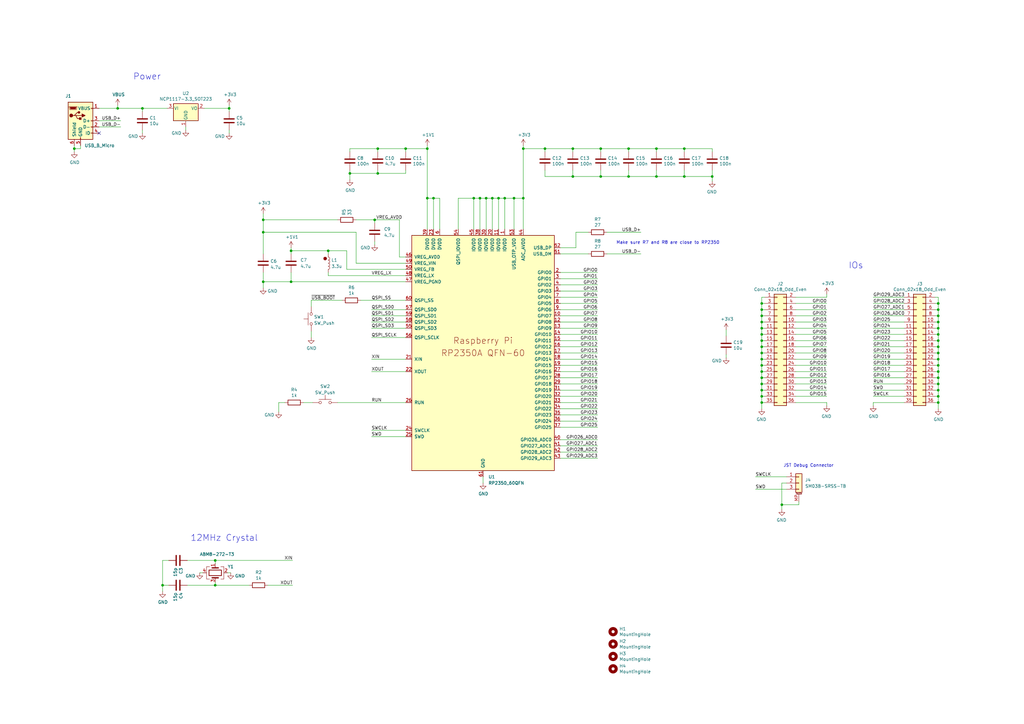
<source format=kicad_sch>
(kicad_sch (version 20231120) (generator "eeschema") (generator_version "8.0")
  (paper "A3")
  (title_block (title "RP2350A QFN-60 Minimal Design Example") (date "2024-07-01") (rev "REV3") (company "Raspberry Pi Ltd"))
  (lib_symbols
    (symbol "Connector:USB_B_Micro" (pin_names (offset 1.016))
      (property "Reference" "J" (at -5.08 11.43 0))
      (property "Value" "USB_B_Micro" (at -5.08 8.89 0))
      (symbol "USB_B_Micro_1_1"
        (pin power_out line (at 7.62 5.08 180) (length 2.54) (name "VBUS") (number "1"))
        (pin bidirectional line (at 7.62 -2.54 180) (length 2.54) (name "D-") (number "2"))
        (pin bidirectional line (at 7.62 0 180) (length 2.54) (name "D+") (number "3"))
        (pin passive line (at 7.62 -5.08 180) (length 2.54) (name "ID") (number "4"))
        (pin power_out line (at 0 -10.16 90) (length 2.54) (name "GND") (number "5"))
        (pin passive line (at -2.54 -10.16 90) (length 2.54) (name "Shield") (number "6"))
      )
    )
    (symbol "Connector_Generic:Conn_02x18_Odd_Even" (pin_names (offset 1.016) hide)
      (property "Reference" "J" (at 1.27 22.86 0))
      (property "Value" "Conn_02x18_Odd_Even" (at 1.27 -25.4 0))
      (symbol "Conn_02x18_Odd_Even_1_1"
        (pin passive line (at -5.08 20.32 0) (length 3.81) (name "Pin_1") (number "1"))
        (pin passive line (at 7.62 10.16 180) (length 3.81) (name "Pin_10") (number "10"))
        (pin passive line (at -5.08 7.62 0) (length 3.81) (name "Pin_11") (number "11"))
        (pin passive line (at 7.62 7.62 180) (length 3.81) (name "Pin_12") (number "12"))
        (pin passive line (at -5.08 5.08 0) (length 3.81) (name "Pin_13") (number "13"))
        (pin passive line (at 7.62 5.08 180) (length 3.81) (name "Pin_14") (number "14"))
        (pin passive line (at -5.08 2.54 0) (length 3.81) (name "Pin_15") (number "15"))
        (pin passive line (at 7.62 2.54 180) (length 3.81) (name "Pin_16") (number "16"))
        (pin passive line (at -5.08 0 0) (length 3.81) (name "Pin_17") (number "17"))
        (pin passive line (at 7.62 0 180) (length 3.81) (name "Pin_18") (number "18"))
        (pin passive line (at -5.08 -2.54 0) (length 3.81) (name "Pin_19") (number "19"))
        (pin passive line (at 7.62 20.32 180) (length 3.81) (name "Pin_2") (number "2"))
        (pin passive line (at 7.62 -2.54 180) (length 3.81) (name "Pin_20") (number "20"))
        (pin passive line (at -5.08 -5.08 0) (length 3.81) (name "Pin_21") (number "21"))
        (pin passive line (at 7.62 -5.08 180) (length 3.81) (name "Pin_22") (number "22"))
        (pin passive line (at -5.08 -7.62 0) (length 3.81) (name "Pin_23") (number "23"))
        (pin passive line (at 7.62 -7.62 180) (length 3.81) (name "Pin_24") (number "24"))
        (pin passive line (at -5.08 -10.16 0) (length 3.81) (name "Pin_25") (number "25"))
        (pin passive line (at 7.62 -10.16 180) (length 3.81) (name "Pin_26") (number "26"))
        (pin passive line (at -5.08 -12.7 0) (length 3.81) (name "Pin_27") (number "27"))
        (pin passive line (at 7.62 -12.7 180) (length 3.81) (name "Pin_28") (number "28"))
        (pin passive line (at -5.08 -15.24 0) (length 3.81) (name "Pin_29") (number "29"))
        (pin passive line (at -5.08 17.78 0) (length 3.81) (name "Pin_3") (number "3"))
        (pin passive line (at 7.62 -15.24 180) (length 3.81) (name "Pin_30") (number "30"))
        (pin passive line (at -5.08 -17.78 0) (length 3.81) (name "Pin_31") (number "31"))
        (pin passive line (at 7.62 -17.78 180) (length 3.81) (name "Pin_32") (number "32"))
        (pin passive line (at -5.08 -20.32 0) (length 3.81) (name "Pin_33") (number "33"))
        (pin passive line (at 7.62 -20.32 180) (length 3.81) (name "Pin_34") (number "34"))
        (pin passive line (at -5.08 -22.86 0) (length 3.81) (name "Pin_35") (number "35"))
        (pin passive line (at 7.62 -22.86 180) (length 3.81) (name "Pin_36") (number "36"))
        (pin passive line (at 7.62 17.78 180) (length 3.81) (name "Pin_4") (number "4"))
        (pin passive line (at -5.08 15.24 0) (length 3.81) (name "Pin_5") (number "5"))
        (pin passive line (at 7.62 15.24 180) (length 3.81) (name "Pin_6") (number "6"))
        (pin passive line (at -5.08 12.7 0) (length 3.81) (name "Pin_7") (number "7"))
        (pin passive line (at 7.62 12.7 180) (length 3.81) (name "Pin_8") (number "8"))
        (pin passive line (at -5.08 10.16 0) (length 3.81) (name "Pin_9") (number "9"))
      )
    )
    (symbol "Connector_Generic_MountingPin:Conn_01x03_MountingPin" (pin_names (offset 1.016) hide)
      (property "Reference" "J" (at 0 5.08 0))
      (property "Value" "Conn_01x03_MountingPin" (at 1.27 -5.08 0))
      (symbol "Conn_01x03_MountingPin_1_1"
        (text "Mounting" (at 0 -4.191 0) (effects (font (size 0.381 0.381))))
        (pin passive line (at -5.08 2.54 0) (length 3.81) (name "Pin_1") (number "1"))
        (pin passive line (at -5.08 0 0) (length 3.81) (name "Pin_2") (number "2"))
        (pin passive line (at -5.08 -2.54 0) (length 3.81) (name "Pin_3") (number "3"))
        (pin passive line (at 0 -7.62 90) (length 3.048) (name "MountPin") (number "MP"))
      )
    )
    (symbol "Device:C" (pin_numbers hide) (pin_names (offset 0.254))
      (property "Reference" "C" (at 0.635 2.54 0))
      (property "Value" "C" (at 0.635 -2.54 0))
      (symbol "C_1_1"
        (pin passive line (at 0 3.81 270) (length 2.794) (name "~") (number "1"))
        (pin passive line (at 0 -3.81 90) (length 2.794) (name "~") (number "2"))
      )
    )
    (symbol "Device:Crystal_GND24" (pin_names (offset 1.016) hide)
      (property "Reference" "Y" (at 3.175 5.08 0))
      (property "Value" "Crystal_GND24" (at 3.175 3.175 0))
      (symbol "Crystal_GND24_1_1"
        (pin passive line (at -3.81 0 0) (length 1.27) (name "1") (number "1"))
        (pin passive line (at 0 5.08 270) (length 1.27) (name "2") (number "2"))
        (pin passive line (at 3.81 0 180) (length 1.27) (name "3") (number "3"))
        (pin passive line (at 0 -5.08 90) (length 1.27) (name "4") (number "4"))
      )
    )
    (symbol "Device:L" (pin_numbers hide) (pin_names (offset 1.016) hide)
      (property "Reference" "L" (at -1.27 0 90))
      (property "Value" "L" (at 1.905 0 90))
      (symbol "L_1_1"
        (pin passive line (at 0 3.81 270) (length 1.27) (name "1") (number "1"))
        (pin passive line (at 0 -3.81 90) (length 1.27) (name "2") (number "2"))
      )
    )
    (symbol "Device:R" (pin_numbers hide) (pin_names (offset 0))
      (property "Reference" "R" (at 2.032 0 90))
      (property "Value" "R" (at 0 0 90))
      (symbol "R_1_1"
        (pin passive line (at 0 3.81 270) (length 1.27) (name "~") (number "1"))
        (pin passive line (at 0 -3.81 90) (length 1.27) (name "~") (number "2"))
      )
    )
    (symbol "MCU_RaspberryPi_RP2350:RP2350_60QFN" (pin_names (offset 1.016))
      (property "Reference" "U" (at -29.21 49.53 0))
      (property "Value" "RP2350_60QFN" (at 24.13 -49.53 0))
      (symbol "RP2350_60QFN_0_0"
        (text "Raspberry Pi" (at 0 5.08 0) (effects (font (size 2.54 2.54))))
      )
      (symbol "RP2350_60QFN_1_0"
        (text "RP2350A QFN-60" (at 0 0 0) (effects (font (size 2.54 2.54))))
      )
      (symbol "RP2350_60QFN_1_1"
        (pin power_in line (at 8.89 50.8 270) (length 2.54) (name "IOVDD") (number "1"))
        (pin bidirectional line (at 31.75 15.24 180) (length 2.54) (name "GPIO7") (number "10"))
        (pin power_in line (at 6.35 50.8 270) (length 2.54) (name "IOVDD") (number "11"))
        (pin bidirectional line (at 31.75 12.7 180) (length 2.54) (name "GPIO8") (number "12"))
        (pin bidirectional line (at 31.75 10.16 180) (length 2.54) (name "GPIO9") (number "13"))
        (pin bidirectional line (at 31.75 7.62 180) (length 2.54) (name "GPIO10") (number "14"))
        (pin bidirectional line (at 31.75 5.08 180) (length 2.54) (name "GPIO11") (number "15"))
        (pin bidirectional line (at 31.75 2.54 180) (length 2.54) (name "GPIO12") (number "16"))
        (pin bidirectional line (at 31.75 0 180) (length 2.54) (name "GPIO13") (number "17"))
        (pin bidirectional line (at 31.75 -2.54 180) (length 2.54) (name "GPIO14") (number "18"))
        (pin bidirectional line (at 31.75 -5.08 180) (length 2.54) (name "GPIO15") (number "19"))
        (pin bidirectional line (at 31.75 33.02 180) (length 2.54) (name "GPIO0") (number "2"))
        (pin power_in line (at 3.81 50.8 270) (length 2.54) (name "IOVDD") (number "20"))
        (pin input line (at -31.75 -2.54 0) (length 2.54) (name "XIN") (number "21"))
        (pin passive line (at -31.75 -7.62 0) (length 2.54) (name "XOUT") (number "22"))
        (pin power_in line (at -20.32 50.8 270) (length 2.54) (name "DVDD") (number "23"))
        (pin output line (at -31.75 -31.75 0) (length 2.54) (name "SWCLK") (number "24"))
        (pin bidirectional line (at -31.75 -34.29 0) (length 2.54) (name "SWD") (number "25"))
        (pin input line (at -31.75 -20.32 0) (length 2.54) (name "RUN") (number "26"))
        (pin bidirectional line (at 31.75 -7.62 180) (length 2.54) (name "GPIO16") (number "27"))
        (pin bidirectional line (at 31.75 -10.16 180) (length 2.54) (name "GPIO17") (number "28"))
        (pin bidirectional line (at 31.75 -12.7 180) (length 2.54) (name "GPIO18") (number "29"))
        (pin bidirectional line (at 31.75 30.48 180) (length 2.54) (name "GPIO1") (number "3"))
        (pin power_in line (at 1.27 50.8 270) (length 2.54) (name "IOVDD") (number "30"))
        (pin bidirectional line (at 31.75 -15.24 180) (length 2.54) (name "GPIO19") (number "31"))
        (pin bidirectional line (at 31.75 -17.78 180) (length 2.54) (name "GPIO20") (number "32"))
        (pin bidirectional line (at 31.75 -20.32 180) (length 2.54) (name "GPIO21") (number "33"))
        (pin bidirectional line (at 31.75 -22.86 180) (length 2.54) (name "GPIO22") (number "34"))
        (pin bidirectional line (at 31.75 -25.4 180) (length 2.54) (name "GPIO23") (number "35"))
        (pin bidirectional line (at 31.75 -27.94 180) (length 2.54) (name "GPIO24") (number "36"))
        (pin bidirectional line (at 31.75 -30.48 180) (length 2.54) (name "GPIO25") (number "37"))
        (pin power_in line (at -1.27 50.8 270) (length 2.54) (name "IOVDD") (number "38"))
        (pin power_in line (at -22.86 50.8 270) (length 2.54) (name "DVDD") (number "39"))
        (pin bidirectional line (at 31.75 27.94 180) (length 2.54) (name "GPIO2") (number "4"))
        (pin bidirectional line (at 31.75 -35.56 180) (length 2.54) (name "GPIO26_ADC0") (number "40"))
        (pin bidirectional line (at 31.75 -38.1 180) (length 2.54) (name "GPIO27_ADC1") (number "41"))
        (pin bidirectional line (at 31.75 -40.64 180) (length 2.54) (name "GPIO28_ADC2") (number "42"))
        (pin bidirectional line (at 31.75 -43.18 180) (length 2.54) (name "GPIO29_ADC3") (number "43"))
        (pin power_in line (at 16.51 50.8 270) (length 2.54) (name "ADC_AVDD") (number "44"))
        (pin power_in line (at -3.81 50.8 270) (length 2.54) (name "IOVDD") (number "45"))
        (pin power_in line (at -31.75 39.37 0) (length 2.54) (name "VREG_AVDD") (number "46"))
        (pin power_in line (at -31.75 29.21 0) (length 2.54) (name "VREG_PGND") (number "47"))
        (pin power_out line (at -31.75 31.75 0) (length 2.54) (name "VREG_LX") (number "48"))
        (pin power_in line (at -31.75 36.83 0) (length 2.54) (name "VREG_VIN") (number "49"))
        (pin bidirectional line (at 31.75 25.4 180) (length 2.54) (name "GPIO3") (number "5"))
        (pin input line (at -31.75 34.29 0) (length 2.54) (name "VREG_FB") (number "50"))
        (pin bidirectional line (at 31.75 40.64 180) (length 2.54) (name "USB_DM") (number "51"))
        (pin bidirectional line (at 31.75 43.18 180) (length 2.54) (name "USB_DP") (number "52"))
        (pin power_in line (at 12.7 50.8 270) (length 2.54) (name "USB_OTP_VDD") (number "53"))
        (pin power_in line (at -10.16 50.8 270) (length 2.54) (name "QSPI_IOVDD") (number "54"))
        (pin bidirectional line (at -31.75 10.16 0) (length 2.54) (name "QSPI_SD3") (number "55"))
        (pin output line (at -31.75 6.35 0) (length 2.54) (name "QSPI_SCLK") (number "56"))
        (pin bidirectional line (at -31.75 17.78 0) (length 2.54) (name "QSPI_SD0") (number "57"))
        (pin bidirectional line (at -31.75 12.7 0) (length 2.54) (name "QSPI_SD2") (number "58"))
        (pin bidirectional line (at -31.75 15.24 0) (length 2.54) (name "QSPI_SD1") (number "59"))
        (pin power_in line (at -17.78 50.8 270) (length 2.54) (name "DVDD") (number "6"))
        (pin bidirectional line (at -31.75 21.59 0) (length 2.54) (name "QSPI_SS") (number "60"))
        (pin power_in line (at 0 -50.8 90) (length 2.54) (name "GND") (number "61"))
        (pin bidirectional line (at 31.75 22.86 180) (length 2.54) (name "GPIO4") (number "7"))
        (pin bidirectional line (at 31.75 20.32 180) (length 2.54) (name "GPIO5") (number "8"))
        (pin bidirectional line (at 31.75 17.78 180) (length 2.54) (name "GPIO6") (number "9"))
      )
    )
    (symbol "Mechanical:MountingHole" (pin_names (offset 1.016))
      (property "Reference" "H" (at 0 5.08 0))
      (property "Value" "MountingHole" (at 0 3.175 0))
    )
    (symbol "Regulator_Linear:NCP1117-3.3_SOT223" (pin_names (offset 0.254))
      (property "Reference" "U" (at -3.81 3.175 0))
      (property "Value" "NCP1117-3.3_SOT223" (at 0 3.175 0))
      (symbol "NCP1117-3.3_SOT223_1_1"
        (pin power_in line (at 0 -7.62 90) (length 2.54) (name "GND") (number "1"))
        (pin power_out line (at 7.62 0 180) (length 2.54) (name "VO") (number "2"))
        (pin power_in line (at -7.62 0 0) (length 2.54) (name "VI") (number "3"))
      )
    )
    (symbol "Switch:SW_Push" (pin_numbers hide) (pin_names (offset 1.016) hide)
      (property "Reference" "SW" (at 1.27 2.54 0))
      (property "Value" "SW_Push" (at 0 -1.524 0))
      (symbol "SW_Push_0_1"
        (pin passive line (at -5.08 0 0) (length 2.54) (name "1") (number "1"))
        (pin passive line (at 5.08 0 180) (length 2.54) (name "2") (number "2"))
      )
    )
    (symbol "power:+1V1" (power) (pin_names (offset 0))
      (property "Value" "+1V1" (at 0 3.556 0))
      (symbol "+1V1_1_1"
        (pin power_in line (at 0 0 90) (length 0) hide (name "+1V1") (number "1"))
      )
    )
    (symbol "power:+3V3" (power) (pin_names (offset 0))
      (property "Value" "+3V3" (at 0 3.556 0))
      (symbol "+3V3_1_1"
        (pin power_in line (at 0 0 90) (length 0) hide (name "+3V3") (number "1"))
      )
    )
    (symbol "power:GND" (power) (pin_names (offset 0))
      (property "Value" "GND" (at 0 -3.81 0))
      (symbol "GND_1_1"
        (pin power_in line (at 0 0 270) (length 0) hide (name "GND") (number "1"))
      )
    )
    (symbol "power:VBUS" (power) (pin_names (offset 0))
      (property "Value" "VBUS" (at 0 3.81 0))
      (symbol "VBUS_1_1"
        (pin power_in line (at 0 0 90) (length 0) hide (name "VBUS") (number "1"))
      )
    )
  )
  (junction (at 320.675 207.01))
  (junction (at 257.81 60.96))
  (junction (at 153.67 90.17))
  (junction (at 312.42 149.86))
  (junction (at 119.38 102.87))
  (junction (at 312.42 157.48))
  (junction (at 194.31 81.28))
  (junction (at 280.67 72.39))
  (junction (at 312.42 147.32))
  (junction (at 175.26 81.28))
  (junction (at 154.94 71.12))
  (junction (at 214.63 60.96))
  (junction (at 384.81 162.56))
  (junction (at 312.42 144.78))
  (junction (at 196.85 81.28))
  (junction (at 88.265 229.87))
  (junction (at 48.26 44.45))
  (junction (at 134.62 102.87))
  (junction (at 30.48 60.96))
  (junction (at 119.38 115.57))
  (junction (at 223.52 60.96))
  (junction (at 312.42 152.4))
  (junction (at 210.82 81.28))
  (junction (at 66.675 240.03))
  (junction (at 154.94 60.96))
  (junction (at 207.01 81.28))
  (junction (at 384.81 154.94))
  (junction (at 269.24 72.39))
  (junction (at 384.81 134.62))
  (junction (at 384.81 144.78))
  (junction (at 292.1 72.39))
  (junction (at 384.81 127))
  (junction (at 384.81 157.48))
  (junction (at 246.38 72.39))
  (junction (at 312.42 142.24))
  (junction (at 204.47 81.28))
  (junction (at 312.42 129.54))
  (junction (at 199.39 81.28))
  (junction (at 384.81 165.1))
  (junction (at 175.26 60.96))
  (junction (at 107.95 115.57))
  (junction (at 384.81 137.16))
  (junction (at 280.67 60.96))
  (junction (at 384.81 139.7))
  (junction (at 257.81 72.39))
  (junction (at 269.24 60.96))
  (junction (at 312.42 139.7))
  (junction (at 312.42 137.16))
  (junction (at 58.42 44.45))
  (junction (at 166.37 60.96))
  (junction (at 384.81 160.02))
  (junction (at 384.81 152.4))
  (junction (at 384.81 132.08))
  (junction (at 312.42 165.1))
  (junction (at 312.42 154.94))
  (junction (at 312.42 127))
  (junction (at 384.81 129.54))
  (junction (at 312.42 124.46))
  (junction (at 384.81 147.32))
  (junction (at 234.95 60.96))
  (junction (at 88.265 240.03))
  (junction (at 312.42 160.02))
  (junction (at 234.95 72.39))
  (junction (at 214.63 81.28))
  (junction (at 384.81 142.24))
  (junction (at 107.95 90.17))
  (junction (at 312.42 162.56))
  (junction (at 177.8 81.28))
  (junction (at 246.38 60.96))
  (junction (at 384.81 124.46))
  (junction (at 384.81 149.86))
  (junction (at 93.98 44.45))
  (junction (at 312.42 132.08))
  (junction (at 201.93 81.28))
  (junction (at 107.95 95.25))
  (junction (at 143.51 71.12))
  (junction (at 312.42 134.62))
  (no_connect (at 40.64 54.61))
  (wire (pts (xy 229.87 127) (xy 245.11 127)))
  (wire (pts (xy 153.67 100.33) (xy 153.67 99.06)))
  (wire (pts (xy 146.05 95.25) (xy 146.05 107.95)))
  (wire (pts (xy 384.81 152.4) (xy 384.81 154.94)))
  (wire (pts (xy 229.87 185.42) (xy 245.11 185.42)))
  (wire (pts (xy 384.81 137.16) (xy 384.81 139.7)))
  (wire (pts (xy 339.09 144.78) (xy 326.39 144.78)))
  (wire (pts (xy 370.84 147.32) (xy 358.14 147.32)))
  (wire (pts (xy 312.42 160.02) (xy 312.42 162.56)))
  (wire (pts (xy 320.675 198.12) (xy 320.675 207.01)))
  (wire (pts (xy 154.94 60.96) (xy 166.37 60.96)))
  (wire (pts (xy 370.84 132.08) (xy 358.14 132.08)))
  (wire (pts (xy 229.87 129.54) (xy 245.11 129.54)))
  (wire (pts (xy 93.98 44.45) (xy 93.98 43.18)))
  (wire (pts (xy 370.84 157.48) (xy 358.14 157.48)))
  (wire (pts (xy 88.265 231.14) (xy 88.265 229.87)))
  (wire (pts (xy 234.95 62.23) (xy 234.95 60.96)))
  (wire (pts (xy 234.95 69.85) (xy 234.95 72.39)))
  (wire (pts (xy 163.83 90.17) (xy 163.83 105.41)))
  (wire (pts (xy 339.09 149.86) (xy 326.39 149.86)))
  (wire (pts (xy 207.01 81.28) (xy 210.82 81.28)))
  (wire (pts (xy 154.94 62.23) (xy 154.94 60.96)))
  (wire (pts (xy 166.37 138.43) (xy 152.4 138.43)))
  (wire (pts (xy 154.94 71.12) (xy 166.37 71.12)))
  (wire (pts (xy 30.48 59.69) (xy 30.48 60.96)))
  (wire (pts (xy 229.87 167.64) (xy 245.11 167.64)))
  (wire (pts (xy 384.81 165.1) (xy 384.81 167.64)))
  (wire (pts (xy 229.87 111.76) (xy 245.11 111.76)))
  (wire (pts (xy 143.51 69.85) (xy 143.51 71.12)))
  (wire (pts (xy 48.26 43.18) (xy 48.26 44.45)))
  (wire (pts (xy 153.67 90.17) (xy 163.83 90.17)))
  (wire (pts (xy 384.81 154.94) (xy 384.81 157.48)))
  (wire (pts (xy 229.87 162.56) (xy 245.11 162.56)))
  (wire (pts (xy 339.09 154.94) (xy 326.39 154.94)))
  (wire (pts (xy 384.81 132.08) (xy 384.81 134.62)))
  (wire (pts (xy 312.42 165.1) (xy 312.42 167.64)))
  (wire (pts (xy 246.38 62.23) (xy 246.38 60.96)))
  (wire (pts (xy 127.635 123.19) (xy 127.635 125.73)))
  (wire (pts (xy 166.37 176.53) (xy 152.4 176.53)))
  (wire (pts (xy 370.84 144.78) (xy 358.14 144.78)))
  (wire (pts (xy 107.95 90.17) (xy 107.95 95.25)))
  (wire (pts (xy 223.52 62.23) (xy 223.52 60.96)))
  (wire (pts (xy 88.265 240.03) (xy 102.235 240.03)))
  (wire (pts (xy 384.81 129.54) (xy 384.81 132.08)))
  (wire (pts (xy 223.52 69.85) (xy 223.52 72.39)))
  (wire (pts (xy 107.95 95.25) (xy 146.05 95.25)))
  (wire (pts (xy 107.95 95.25) (xy 107.95 104.14)))
  (wire (pts (xy 313.69 157.48) (xy 312.42 157.48)))
  (wire (pts (xy 66.675 240.03) (xy 66.675 242.57)))
  (wire (pts (xy 370.84 152.4) (xy 358.14 152.4)))
  (wire (pts (xy 312.42 162.56) (xy 312.42 165.1)))
  (wire (pts (xy 199.39 93.98) (xy 199.39 81.28)))
  (wire (pts (xy 33.02 59.69) (xy 33.02 60.96)))
  (wire (pts (xy 312.42 139.7) (xy 312.42 142.24)))
  (wire (pts (xy 187.96 93.98) (xy 187.96 81.28)))
  (wire (pts (xy 66.675 229.87) (xy 66.675 240.03)))
  (wire (pts (xy 210.82 81.28) (xy 214.63 81.28)))
  (wire (pts (xy 257.81 60.96) (xy 269.24 60.96)))
  (wire (pts (xy 383.54 142.24) (xy 384.81 142.24)))
  (wire (pts (xy 69.215 229.87) (xy 66.675 229.87)))
  (wire (pts (xy 153.67 90.17) (xy 153.67 91.44)))
  (wire (pts (xy 269.24 72.39) (xy 257.81 72.39)))
  (wire (pts (xy 339.09 157.48) (xy 326.39 157.48)))
  (wire (pts (xy 229.87 175.26) (xy 245.11 175.26)))
  (wire (pts (xy 201.93 81.28) (xy 204.47 81.28)))
  (wire (pts (xy 40.64 52.07) (xy 49.53 52.07)))
  (wire (pts (xy 234.95 72.39) (xy 223.52 72.39)))
  (wire (pts (xy 269.24 69.85) (xy 269.24 72.39)))
  (wire (pts (xy 175.26 60.96) (xy 175.26 81.28)))
  (wire (pts (xy 196.85 81.28) (xy 199.39 81.28)))
  (wire (pts (xy 384.81 144.78) (xy 384.81 147.32)))
  (wire (pts (xy 383.54 157.48) (xy 384.81 157.48)))
  (wire (pts (xy 229.87 139.7) (xy 245.11 139.7)))
  (wire (pts (xy 201.93 93.98) (xy 201.93 81.28)))
  (wire (pts (xy 146.05 107.95) (xy 166.37 107.95)))
  (wire (pts (xy 383.54 165.1) (xy 384.81 165.1)))
  (wire (pts (xy 383.54 139.7) (xy 384.81 139.7)))
  (wire (pts (xy 199.39 81.28) (xy 201.93 81.28)))
  (wire (pts (xy 58.42 45.72) (xy 58.42 44.45)))
  (wire (pts (xy 383.54 134.62) (xy 384.81 134.62)))
  (wire (pts (xy 107.95 87.63) (xy 107.95 90.17)))
  (wire (pts (xy 313.69 149.86) (xy 312.42 149.86)))
  (wire (pts (xy 384.81 127) (xy 384.81 129.54)))
  (wire (pts (xy 107.95 115.57) (xy 119.38 115.57)))
  (wire (pts (xy 229.87 132.08) (xy 245.11 132.08)))
  (wire (pts (xy 116.84 165.1) (xy 114.3 165.1)))
  (wire (pts (xy 234.95 60.96) (xy 246.38 60.96)))
  (wire (pts (xy 119.38 104.14) (xy 119.38 102.87)))
  (wire (pts (xy 339.09 166.37) (xy 339.09 165.1)))
  (wire (pts (xy 229.87 114.3) (xy 245.11 114.3)))
  (wire (pts (xy 166.37 123.19) (xy 147.955 123.19)))
  (wire (pts (xy 143.51 62.23) (xy 143.51 60.96)))
  (wire (pts (xy 312.42 127) (xy 312.42 129.54)))
  (wire (pts (xy 107.95 111.76) (xy 107.95 115.57)))
  (wire (pts (xy 383.54 129.54) (xy 384.81 129.54)))
  (wire (pts (xy 327.66 205.74) (xy 327.66 207.01)))
  (wire (pts (xy 370.84 160.02) (xy 358.14 160.02)))
  (wire (pts (xy 339.09 147.32) (xy 326.39 147.32)))
  (wire (pts (xy 370.84 142.24) (xy 358.14 142.24)))
  (wire (pts (xy 384.81 142.24) (xy 384.81 144.78)))
  (wire (pts (xy 166.37 110.49) (xy 142.24 110.49)))
  (wire (pts (xy 384.81 121.92) (xy 384.81 124.46)))
  (wire (pts (xy 383.54 160.02) (xy 384.81 160.02)))
  (wire (pts (xy 229.87 172.72) (xy 245.11 172.72)))
  (wire (pts (xy 140.335 123.19) (xy 127.635 123.19)))
  (wire (pts (xy 309.88 200.66) (xy 322.58 200.66)))
  (wire (pts (xy 384.81 157.48) (xy 384.81 160.02)))
  (wire (pts (xy 370.84 127) (xy 358.14 127)))
  (wire (pts (xy 229.87 187.96) (xy 245.11 187.96)))
  (wire (pts (xy 248.92 104.14) (xy 262.89 104.14)))
  (wire (pts (xy 384.81 149.86) (xy 384.81 152.4)))
  (wire (pts (xy 175.26 81.28) (xy 175.26 93.98)))
  (wire (pts (xy 370.84 149.86) (xy 358.14 149.86)))
  (wire (pts (xy 370.84 124.46) (xy 358.14 124.46)))
  (wire (pts (xy 383.54 121.92) (xy 384.81 121.92)))
  (wire (pts (xy 214.63 81.28) (xy 214.63 93.98)))
  (wire (pts (xy 119.38 101.6) (xy 119.38 102.87)))
  (wire (pts (xy 109.855 240.03) (xy 120.015 240.03)))
  (wire (pts (xy 76.835 240.03) (xy 88.265 240.03)))
  (wire (pts (xy 119.38 115.57) (xy 166.37 115.57)))
  (wire (pts (xy 339.09 137.16) (xy 326.39 137.16)))
  (wire (pts (xy 107.95 115.57) (xy 107.95 118.11)))
  (wire (pts (xy 48.26 44.45) (xy 58.42 44.45)))
  (wire (pts (xy 313.69 139.7) (xy 312.42 139.7)))
  (wire (pts (xy 69.215 240.03) (xy 66.675 240.03)))
  (wire (pts (xy 383.54 162.56) (xy 384.81 162.56)))
  (wire (pts (xy 107.95 90.17) (xy 138.43 90.17)))
  (wire (pts (xy 383.54 152.4) (xy 384.81 152.4)))
  (wire (pts (xy 143.51 71.12) (xy 143.51 73.66)))
  (wire (pts (xy 204.47 81.28) (xy 207.01 81.28)))
  (wire (pts (xy 339.09 160.02) (xy 326.39 160.02)))
  (wire (pts (xy 83.82 44.45) (xy 93.98 44.45)))
  (wire (pts (xy 313.69 121.92) (xy 312.42 121.92)))
  (wire (pts (xy 313.69 160.02) (xy 312.42 160.02)))
  (wire (pts (xy 229.87 170.18) (xy 245.11 170.18)))
  (wire (pts (xy 154.94 69.85) (xy 154.94 71.12)))
  (wire (pts (xy 269.24 60.96) (xy 280.67 60.96)))
  (wire (pts (xy 383.54 124.46) (xy 384.81 124.46)))
  (wire (pts (xy 383.54 144.78) (xy 384.81 144.78)))
  (wire (pts (xy 339.09 121.92) (xy 339.09 120.65)))
  (wire (pts (xy 384.81 160.02) (xy 384.81 162.56)))
  (wire (pts (xy 358.14 165.1) (xy 370.84 165.1)))
  (wire (pts (xy 292.1 69.85) (xy 292.1 72.39)))
  (wire (pts (xy 152.4 147.32) (xy 166.37 147.32)))
  (wire (pts (xy 198.12 195.58) (xy 198.12 198.12)))
  (wire (pts (xy 152.4 132.08) (xy 166.37 132.08)))
  (wire (pts (xy 81.915 234.95) (xy 83.185 234.95)))
  (wire (pts (xy 384.81 139.7) (xy 384.81 142.24)))
  (wire (pts (xy 58.42 53.34) (xy 58.42 54.61)))
  (wire (pts (xy 180.34 81.28) (xy 180.34 93.98)))
  (wire (pts (xy 194.31 93.98) (xy 194.31 81.28)))
  (wire (pts (xy 229.87 182.88) (xy 245.11 182.88)))
  (wire (pts (xy 229.87 116.84) (xy 245.11 116.84)))
  (wire (pts (xy 143.51 60.96) (xy 154.94 60.96)))
  (wire (pts (xy 142.24 110.49) (xy 142.24 102.87)))
  (wire (pts (xy 370.84 121.92) (xy 358.14 121.92)))
  (wire (pts (xy 383.54 154.94) (xy 384.81 154.94)))
  (wire (pts (xy 339.09 165.1) (xy 326.39 165.1)))
  (wire (pts (xy 312.42 124.46) (xy 312.42 127)))
  (wire (pts (xy 229.87 137.16) (xy 245.11 137.16)))
  (wire (pts (xy 280.67 62.23) (xy 280.67 60.96)))
  (wire (pts (xy 152.4 127) (xy 166.37 127)))
  (wire (pts (xy 312.42 134.62) (xy 312.42 137.16)))
  (wire (pts (xy 236.22 95.25) (xy 236.22 101.6)))
  (wire (pts (xy 229.87 144.78) (xy 245.11 144.78)))
  (wire (pts (xy 383.54 137.16) (xy 384.81 137.16)))
  (wire (pts (xy 257.81 69.85) (xy 257.81 72.39)))
  (wire (pts (xy 214.63 59.69) (xy 214.63 60.96)))
  (wire (pts (xy 257.81 62.23) (xy 257.81 60.96)))
  (wire (pts (xy 229.87 154.94) (xy 245.11 154.94)))
  (wire (pts (xy 312.42 142.24) (xy 312.42 144.78)))
  (wire (pts (xy 146.05 90.17) (xy 153.67 90.17)))
  (wire (pts (xy 152.4 129.54) (xy 166.37 129.54)))
  (wire (pts (xy 313.69 147.32) (xy 312.42 147.32)))
  (wire (pts (xy 152.4 134.62) (xy 166.37 134.62)))
  (wire (pts (xy 269.24 62.23) (xy 269.24 60.96)))
  (wire (pts (xy 313.69 152.4) (xy 312.42 152.4)))
  (wire (pts (xy 229.87 134.62) (xy 245.11 134.62)))
  (wire (pts (xy 124.46 165.1) (xy 128.27 165.1)))
  (wire (pts (xy 127.635 135.89) (xy 127.635 138.43)))
  (wire (pts (xy 280.67 72.39) (xy 269.24 72.39)))
  (wire (pts (xy 312.42 121.92) (xy 312.42 124.46)))
  (wire (pts (xy 297.815 135.255) (xy 297.815 137.795)))
  (wire (pts (xy 383.54 132.08) (xy 384.81 132.08)))
  (wire (pts (xy 166.37 60.96) (xy 175.26 60.96)))
  (wire (pts (xy 229.87 160.02) (xy 245.11 160.02)))
  (wire (pts (xy 370.84 134.62) (xy 358.14 134.62)))
  (wire (pts (xy 246.38 60.96) (xy 257.81 60.96)))
  (wire (pts (xy 257.81 72.39) (xy 246.38 72.39)))
  (wire (pts (xy 214.63 60.96) (xy 223.52 60.96)))
  (wire (pts (xy 134.62 113.03) (xy 166.37 113.03)))
  (wire (pts (xy 119.38 111.76) (xy 119.38 115.57)))
  (wire (pts (xy 229.87 149.86) (xy 245.11 149.86)))
  (wire (pts (xy 119.38 102.87) (xy 134.62 102.87)))
  (wire (pts (xy 33.02 60.96) (xy 30.48 60.96)))
  (wire (pts (xy 246.38 69.85) (xy 246.38 72.39)))
  (wire (pts (xy 166.37 179.07) (xy 152.4 179.07)))
  (wire (pts (xy 384.81 134.62) (xy 384.81 137.16)))
  (wire (pts (xy 236.22 95.25) (xy 241.3 95.25)))
  (wire (pts (xy 313.69 132.08) (xy 312.42 132.08)))
  (wire (pts (xy 312.42 129.54) (xy 312.42 132.08)))
  (wire (pts (xy 177.8 81.28) (xy 180.34 81.28)))
  (wire (pts (xy 339.09 162.56) (xy 326.39 162.56)))
  (wire (pts (xy 93.345 234.95) (xy 94.615 234.95)))
  (wire (pts (xy 196.85 93.98) (xy 196.85 81.28)))
  (wire (pts (xy 320.675 207.01) (xy 327.66 207.01)))
  (wire (pts (xy 384.81 162.56) (xy 384.81 165.1)))
  (wire (pts (xy 229.87 165.1) (xy 245.11 165.1)))
  (wire (pts (xy 313.69 124.46) (xy 312.42 124.46)))
  (wire (pts (xy 313.69 142.24) (xy 312.42 142.24)))
  (wire (pts (xy 312.42 147.32) (xy 312.42 149.86)))
  (wire (pts (xy 248.92 95.25) (xy 262.89 95.25)))
  (wire (pts (xy 339.09 142.24) (xy 326.39 142.24)))
  (wire (pts (xy 339.09 134.62) (xy 326.39 134.62)))
  (wire (pts (xy 358.14 166.37) (xy 358.14 165.1)))
  (wire (pts (xy 210.82 93.98) (xy 210.82 81.28)))
  (wire (pts (xy 339.09 124.46) (xy 326.39 124.46)))
  (wire (pts (xy 313.69 162.56) (xy 312.42 162.56)))
  (wire (pts (xy 175.26 59.69) (xy 175.26 60.96)))
  (wire (pts (xy 309.88 195.58) (xy 322.58 195.58)))
  (wire (pts (xy 229.87 119.38) (xy 245.11 119.38)))
  (wire (pts (xy 280.67 72.39) (xy 292.1 72.39)))
  (wire (pts (xy 292.1 72.39) (xy 292.1 74.295)))
  (wire (pts (xy 370.84 139.7) (xy 358.14 139.7)))
  (wire (pts (xy 134.62 113.03) (xy 134.62 111.76)))
  (wire (pts (xy 370.84 154.94) (xy 358.14 154.94)))
  (wire (pts (xy 229.87 157.48) (xy 245.11 157.48)))
  (wire (pts (xy 383.54 149.86) (xy 384.81 149.86)))
  (wire (pts (xy 313.69 129.54) (xy 312.42 129.54)))
  (wire (pts (xy 339.09 129.54) (xy 326.39 129.54)))
  (wire (pts (xy 229.87 180.34) (xy 245.11 180.34)))
  (wire (pts (xy 280.67 60.96) (xy 292.1 60.96)))
  (wire (pts (xy 313.69 134.62) (xy 312.42 134.62)))
  (wire (pts (xy 194.31 81.28) (xy 196.85 81.28)))
  (wire (pts (xy 312.42 152.4) (xy 312.42 154.94)))
  (wire (pts (xy 204.47 93.98) (xy 204.47 81.28)))
  (wire (pts (xy 339.09 152.4) (xy 326.39 152.4)))
  (wire (pts (xy 383.54 127) (xy 384.81 127)))
  (wire (pts (xy 229.87 152.4) (xy 245.11 152.4)))
  (wire (pts (xy 134.62 102.87) (xy 134.62 104.14)))
  (wire (pts (xy 76.2 52.07) (xy 76.2 53.34)))
  (wire (pts (xy 312.42 144.78) (xy 312.42 147.32)))
  (wire (pts (xy 339.09 127) (xy 326.39 127)))
  (wire (pts (xy 229.87 147.32) (xy 245.11 147.32)))
  (wire (pts (xy 40.64 49.53) (xy 49.53 49.53)))
  (wire (pts (xy 166.37 62.23) (xy 166.37 60.96)))
  (wire (pts (xy 229.87 101.6) (xy 236.22 101.6)))
  (wire (pts (xy 313.69 137.16) (xy 312.42 137.16)))
  (wire (pts (xy 93.98 45.72) (xy 93.98 44.45)))
  (wire (pts (xy 246.38 72.39) (xy 234.95 72.39)))
  (wire (pts (xy 143.51 71.12) (xy 154.94 71.12)))
  (wire (pts (xy 339.09 121.92) (xy 326.39 121.92)))
  (wire (pts (xy 187.96 81.28) (xy 194.31 81.28)))
  (wire (pts (xy 370.84 129.54) (xy 358.14 129.54)))
  (wire (pts (xy 384.81 124.46) (xy 384.81 127)))
  (wire (pts (xy 40.64 44.45) (xy 48.26 44.45)))
  (wire (pts (xy 177.8 81.28) (xy 175.26 81.28)))
  (wire (pts (xy 68.58 44.45) (xy 58.42 44.45)))
  (wire (pts (xy 207.01 81.28) (xy 207.01 93.98)))
  (wire (pts (xy 322.58 198.12) (xy 320.675 198.12)))
  (wire (pts (xy 88.265 229.87) (xy 120.015 229.87)))
  (wire (pts (xy 30.48 60.96) (xy 30.48 62.23)))
  (wire (pts (xy 313.69 154.94) (xy 312.42 154.94)))
  (wire (pts (xy 93.98 53.34) (xy 93.98 54.61)))
  (wire (pts (xy 312.42 149.86) (xy 312.42 152.4)))
  (wire (pts (xy 229.87 104.14) (xy 241.3 104.14)))
  (wire (pts (xy 142.24 102.87) (xy 134.62 102.87)))
  (wire (pts (xy 114.3 165.1) (xy 114.3 168.91)))
  (wire (pts (xy 88.265 238.76) (xy 88.265 240.03)))
  (wire (pts (xy 229.87 124.46) (xy 245.11 124.46)))
  (wire (pts (xy 229.87 142.24) (xy 245.11 142.24)))
  (wire (pts (xy 312.42 132.08) (xy 312.42 134.62)))
  (wire (pts (xy 339.09 139.7) (xy 326.39 139.7)))
  (wire (pts (xy 214.63 60.96) (xy 214.63 81.28)))
  (wire (pts (xy 313.69 127) (xy 312.42 127)))
  (wire (pts (xy 229.87 121.92) (xy 245.11 121.92)))
  (wire (pts (xy 163.83 105.41) (xy 166.37 105.41)))
  (wire (pts (xy 384.81 147.32) (xy 384.81 149.86)))
  (wire (pts (xy 297.815 145.415) (xy 297.815 146.685)))
  (wire (pts (xy 339.09 132.08) (xy 326.39 132.08)))
  (wire (pts (xy 312.42 154.94) (xy 312.42 157.48)))
  (wire (pts (xy 223.52 60.96) (xy 234.95 60.96)))
  (wire (pts (xy 166.37 152.4) (xy 152.4 152.4)))
  (wire (pts (xy 320.675 207.01) (xy 320.675 208.915)))
  (wire (pts (xy 313.69 165.1) (xy 312.42 165.1)))
  (wire (pts (xy 313.69 144.78) (xy 312.42 144.78)))
  (wire (pts (xy 292.1 62.23) (xy 292.1 60.96)))
  (wire (pts (xy 312.42 157.48) (xy 312.42 160.02)))
  (wire (pts (xy 370.84 137.16) (xy 358.14 137.16)))
  (wire (pts (xy 383.54 147.32) (xy 384.81 147.32)))
  (wire (pts (xy 370.84 162.56) (xy 358.14 162.56)))
  (wire (pts (xy 76.835 229.87) (xy 88.265 229.87)))
  (wire (pts (xy 166.37 71.12) (xy 166.37 69.85)))
  (wire (pts (xy 177.8 93.98) (xy 177.8 81.28)))
  (wire (pts (xy 138.43 165.1) (xy 166.37 165.1)))
  (wire (pts (xy 280.67 69.85) (xy 280.67 72.39)))
  (wire (pts (xy 312.42 137.16) (xy 312.42 139.7)))
  (circle (center 133.35 106.045) (radius 0.635) (stroke (width 0) (color 132 0 0 1)) (fill (type color) (color 132 0 0 1)))
  (text "JST Debug Connector" (at 321.31 191.77 0) (effects (font (size 1.27 1.27)) (justify left bottom)))
  (text "IOs" (at 347.98 110.49 0) (effects (font (size 2.54 2.54)) (justify left bottom)))
  (text "Make sure R7 and R8 are close to RP2350\n" (at 252.73 100.33 0) (effects (font (size 1.27 1.27)) (justify left bottom)))
  (text "12MHz Crystal" (at 78.105 222.25 0) (effects (font (size 2.54 2.54)) (justify left bottom)))
  (text "Power" (at 54.61 33.02 0) (effects (font (size 2.54 2.54)) (justify left bottom)))
  (label "XIN" (at 152.4 147.32 0))
  (label "GPIO26_ADC0" (at 358.14 129.54 0))
  (label "USB_D+" (at 262.89 95.25 180))
  (label "GPIO26_ADC0" (at 245.11 180.34 180))
  (label "GPIO25" (at 358.14 132.08 0))
  (label "RUN" (at 358.14 157.48 0))
  (label "GPIO11" (at 339.09 152.4 180))
  (label "XOUT" (at 152.4 152.4 0))
  (label "GPIO2" (at 245.11 116.84 180))
  (label "GPIO1" (at 245.11 114.3 180))
  (label "GPIO3" (at 339.09 132.08 180))
  (label "GPIO15" (at 339.09 162.56 180))
  (label "GPIO21" (at 358.14 142.24 0))
  (label "GPIO20" (at 358.14 144.78 0))
  (label "GPIO8" (at 339.09 144.78 180))
  (label "SWCLK" (at 358.14 162.56 0))
  (label "GPIO17" (at 358.14 152.4 0))
  (label "GPIO1" (at 339.09 127 180))
  (label "GPIO28_ADC2" (at 358.14 124.46 0))
  (label "GPIO18" (at 358.14 149.86 0))
  (label "GPIO27_ADC1" (at 358.14 127 0))
  (label "GPIO0" (at 245.11 111.76 180))
  (label "GPIO14" (at 245.11 147.32 180))
  (label "RUN" (at 152.4 165.1 0))
  (label "QSPI_SD0" (at 152.4 127 0))
  (label "GPIO16" (at 358.14 154.94 0))
  (label "QSPI_SS" (at 152.4 123.19 0))
  (label "SWCLK" (at 152.4 176.53 0))
  (label "GPIO22" (at 358.14 139.7 0))
  (label "GPIO25" (at 245.11 175.26 180))
  (label "SWD" (at 358.14 160.02 0))
  (label "GPIO12" (at 339.09 154.94 180))
  (label "GPIO10" (at 339.09 149.86 180))
  (label "GPIO19" (at 358.14 147.32 0))
  (label "SWCLK" (at 309.88 195.58 0))
  (label "GPIO24" (at 245.11 172.72 180))
  (label "GPIO4" (at 245.11 121.92 180))
  (label "GPIO7" (at 339.09 142.24 180))
  (label "XOUT" (at 120.015 240.03 180))
  (label "GPIO5" (at 245.11 124.46 180))
  (label "QSPI_SD2" (at 152.4 132.08 0))
  (label "GPIO19" (at 245.11 160.02 180))
  (label "USB_D+" (at 49.53 49.53 180))
  (label "USB_D-" (at 262.89 104.14 180))
  (label "GPIO8" (at 245.11 132.08 180))
  (label "GPIO6" (at 339.09 139.7 180))
  (label "~{USB_BOOT}" (at 127.635 123.19 0))
  (label "XIN" (at 120.015 229.87 180))
  (label "GPIO10" (at 245.11 137.16 180))
  (label "VREG_AVDD" (at 154.305 90.17 0))
  (label "GPIO18" (at 245.11 157.48 180))
  (label "GPIO9" (at 245.11 134.62 180))
  (label "GPIO20" (at 245.11 162.56 180))
  (label "USB_D-" (at 49.53 52.07 180))
  (label "GPIO12" (at 245.11 142.24 180))
  (label "GPIO22" (at 245.11 167.64 180))
  (label "GPIO0" (at 339.09 124.46 180))
  (label "QSPI_SD1" (at 152.4 129.54 0))
  (label "GPIO24" (at 358.14 134.62 0))
  (label "GPIO4" (at 339.09 134.62 180))
  (label "QSPI_SCLK" (at 152.4 138.43 0))
  (label "GPIO13" (at 245.11 144.78 180))
  (label "GPIO13" (at 339.09 157.48 180))
  (label "GPIO17" (at 245.11 154.94 180))
  (label "GPIO29_ADC3" (at 245.11 187.96 180))
  (label "GPIO2" (at 339.09 129.54 180))
  (label "GPIO28_ADC2" (at 245.11 185.42 180))
  (label "SWD" (at 309.88 200.66 0))
  (label "GPIO14" (at 339.09 160.02 180))
  (label "GPIO27_ADC1" (at 245.11 182.88 180))
  (label "GPIO3" (at 245.11 119.38 180))
  (label "GPIO11" (at 245.11 139.7 180))
  (label "GPIO29_ADC3" (at 358.14 121.92 0))
  (label "VREG_LX" (at 152.4 113.03 0))
  (label "SWD" (at 152.4 179.07 0))
  (label "GPIO7" (at 245.11 129.54 180))
  (label "GPIO9" (at 339.09 147.32 180))
  (label "GPIO23" (at 358.14 137.16 0))
  (label "GPIO6" (at 245.11 127 180))
  (label "GPIO5" (at 339.09 137.16 180))
  (label "GPIO15" (at 245.11 149.86 180))
  (label "GPIO21" (at 245.11 165.1 180))
  (label "GPIO16" (at 245.11 152.4 180))
  (label "QSPI_SD3" (at 152.4 134.62 0))
  (label "GPIO23" (at 245.11 170.18 180))
  (symbol (lib_id "Connector:USB_B_Micro") (at 33.02 49.53 0) (unit 1)
    (property "Reference" "J1" (at 29.21 39.37 0) (effects (justify right)))
    (property "Value" "USB_B_Micro" (at 46.99 59.69 0) (effects (justify right)))
    (property "Footprint" "Connector_USB:USB_Micro-B_Amphenol_10103594-0001LF_Horizontal" (effects (hide yes)))
  )
  (symbol (lib_id "power:GND") (at 198.12 198.12 0) (unit 1)
    (property "Reference" "#PWR021" (effects (hide yes)))
    (property "Value" "GND" (at 198.247 202.5142 0))
  )
  (symbol (lib_id "Device:R") (at 245.11 95.25 270) (unit 1)
    (property "Reference" "R7" (at 245.11 89.9922 90))
    (property "Value" "27" (at 245.11 92.3036 90))
    (property "Footprint" "Resistor_SMD:R_0402_1005Metric" (effects (hide yes)))
  )
  (symbol (lib_id "Device:R") (at 245.11 104.14 270) (unit 1)
    (property "Reference" "R8" (at 245.11 98.8822 90))
    (property "Value" "27" (at 245.11 101.1936 90))
    (property "Footprint" "Resistor_SMD:R_0402_1005Metric" (effects (hide yes)))
  )
  (symbol (lib_id "power:GND") (at 30.48 62.23 0) (unit 1)
    (property "Reference" "#PWR01" (effects (hide yes)))
    (property "Value" "GND" (at 30.607 66.6242 0))
  )
  (symbol (lib_id "power:GND") (at 339.09 166.37 0) (mirror y) (unit 1)
    (property "Reference" "#PWR026" (effects (hide yes)))
    (property "Value" "GND" (at 338.963 170.7642 0))
  )
  (symbol (lib_id "power:GND") (at 358.14 166.37 0) (unit 1)
    (property "Reference" "#PWR029" (effects (hide yes)))
    (property "Value" "GND" (at 358.267 170.7642 0))
  )
  (symbol (lib_id "power:+3V3") (at 214.63 59.69 0) (unit 1)
    (property "Reference" "#PWR022" (effects (hide yes)))
    (property "Value" "+3V3" (at 215.011 55.2958 0))
  )
  (symbol (lib_id "Device:C") (at 223.52 66.04 0) (unit 1)
    (property "Reference" "C12" (at 226.441 64.8716 0) (effects (justify left)))
    (property "Value" "100n" (at 226.441 67.183 0) (effects (justify left)))
    (property "Footprint" "Capacitor_SMD:C_0402_1005Metric" (effects (hide yes)))
  )
  (symbol (lib_id "Device:C") (at 234.95 66.04 0) (unit 1)
    (property "Reference" "C13" (at 237.871 64.8716 0) (effects (justify left)))
    (property "Value" "100n" (at 237.871 67.183 0) (effects (justify left)))
    (property "Footprint" "Capacitor_SMD:C_0402_1005Metric" (effects (hide yes)))
  )
  (symbol (lib_id "Device:C") (at 246.38 66.04 0) (unit 1)
    (property "Reference" "C14" (at 249.301 64.8716 0) (effects (justify left)))
    (property "Value" "100n" (at 249.301 67.183 0) (effects (justify left)))
    (property "Footprint" "Capacitor_SMD:C_0402_1005Metric" (effects (hide yes)))
  )
  (symbol (lib_id "Device:C") (at 257.81 66.04 0) (unit 1)
    (property "Reference" "C15" (at 260.731 64.8716 0) (effects (justify left)))
    (property "Value" "100n" (at 260.731 67.183 0) (effects (justify left)))
    (property "Footprint" "Capacitor_SMD:C_0402_1005Metric" (effects (hide yes)))
  )
  (symbol (lib_id "Device:C") (at 269.24 66.04 0) (unit 1)
    (property "Reference" "C16" (at 272.161 64.8716 0) (effects (justify left)))
    (property "Value" "100n" (at 272.161 67.183 0) (effects (justify left)))
    (property "Footprint" "Capacitor_SMD:C_0402_1005Metric" (effects (hide yes)))
  )
  (symbol (lib_id "Device:C") (at 280.67 66.04 0) (unit 1)
    (property "Reference" "C17" (at 283.591 64.8716 0) (effects (justify left)))
    (property "Value" "100n" (at 283.591 67.183 0) (effects (justify left)))
    (property "Footprint" "Capacitor_SMD:C_0402_1005Metric" (effects (hide yes)))
  )
  (symbol (lib_id "Mechanical:MountingHole") (at 251.46 259.08 0) (unit 1)
    (property "Reference" "H1" (at 254 257.9116 0) (effects (justify left)))
    (property "Value" "MountingHole" (at 254 260.223 0) (effects (justify left)))
    (property "Footprint" "MountingHole:MountingHole_2.7mm_M2.5" (effects (hide yes)))
  )
  (symbol (lib_id "Mechanical:MountingHole") (at 251.46 264.16 0) (unit 1)
    (property "Reference" "H2" (at 254 262.9916 0) (effects (justify left)))
    (property "Value" "MountingHole" (at 254 265.303 0) (effects (justify left)))
    (property "Footprint" "MountingHole:MountingHole_2.7mm_M2.5" (effects (hide yes)))
  )
  (symbol (lib_id "Mechanical:MountingHole") (at 251.46 269.24 0) (unit 1)
    (property "Reference" "H3" (at 254 268.0716 0) (effects (justify left)))
    (property "Value" "MountingHole" (at 254 270.383 0) (effects (justify left)))
    (property "Footprint" "MountingHole:MountingHole_2.7mm_M2.5" (effects (hide yes)))
  )
  (symbol (lib_id "Mechanical:MountingHole") (at 251.46 274.32 0) (unit 1)
    (property "Reference" "H4" (at 254 273.1516 0) (effects (justify left)))
    (property "Value" "MountingHole" (at 254 275.463 0) (effects (justify left)))
    (property "Footprint" "MountingHole:MountingHole_2.7mm_M2.5" (effects (hide yes)))
  )
  (symbol (lib_id "Regulator_Linear:NCP1117-3.3_SOT223") (at 76.2 44.45 0) (unit 1)
    (property "Reference" "U2" (at 76.2 38.3032 0))
    (property "Value" "NCP1117-3.3_SOT223" (at 76.2 40.6146 0))
    (property "Footprint" "Package_TO_SOT_SMD:SOT-223-3_TabPin2" (effects (hide yes)))
    (property "Datasheet" "http://www.onsemi.com/pub_link/Collateral/NCP1117-D.PDF" (effects (hide yes)))
  )
  (symbol (lib_id "power:VBUS") (at 48.26 43.18 0) (unit 1)
    (property "Reference" "#PWR02" (effects (hide yes)))
    (property "Value" "VBUS" (at 48.641 38.7858 0))
  )
  (symbol (lib_id "power:GND") (at 76.2 53.34 0) (unit 1)
    (property "Reference" "#PWR08" (effects (hide yes)))
    (property "Value" "GND" (at 72.39 54.61 0))
  )
  (symbol (lib_id "power:+3V3") (at 93.98 43.18 0) (unit 1)
    (property "Reference" "#PWR010" (effects (hide yes)))
    (property "Value" "+3V3" (at 94.361 38.7858 0))
  )
  (symbol (lib_id "Device:C") (at 58.42 49.53 0) (unit 1)
    (property "Reference" "C1" (at 61.341 48.3616 0) (effects (justify left)))
    (property "Value" "10u" (at 61.341 50.673 0) (effects (justify left)))
    (property "Footprint" "Capacitor_SMD:C_0805_2012Metric" (effects (hide yes)))
  )
  (symbol (lib_id "Device:C") (at 93.98 49.53 0) (unit 1)
    (property "Reference" "C5" (at 96.901 48.3616 0) (effects (justify left)))
    (property "Value" "10u" (at 96.901 50.673 0) (effects (justify left)))
    (property "Footprint" "Capacitor_SMD:C_0805_2012Metric" (effects (hide yes)))
  )
  (symbol (lib_id "power:GND") (at 58.42 54.61 0) (unit 1)
    (property "Reference" "#PWR03" (effects (hide yes)))
    (property "Value" "GND" (at 54.61 55.88 0))
  )
  (symbol (lib_id "power:GND") (at 93.98 54.61 0) (unit 1)
    (property "Reference" "#PWR011" (effects (hide yes)))
    (property "Value" "GND" (at 90.17 55.88 0))
  )
  (symbol (lib_id "power:+3V3") (at 297.815 135.255 0) (unit 1)
    (property "Reference" "#PWR027" (effects (hide yes)))
    (property "Value" "+3V3" (at 298.196 130.8608 0))
  )
  (symbol (lib_id "Device:C") (at 297.815 141.605 0) (unit 1)
    (property "Reference" "C19" (at 300.736 140.4366 0) (effects (justify left)))
    (property "Value" "10u" (at 300.736 142.748 0) (effects (justify left)))
    (property "Footprint" "Capacitor_SMD:C_0805_2012Metric" (effects (hide yes)))
  )
  (symbol (lib_id "power:GND") (at 297.815 146.685 0) (unit 1)
    (property "Reference" "#PWR028" (effects (hide yes)))
    (property "Value" "GND" (at 294.005 147.955 0))
  )
  (symbol (lib_id "power:GND") (at 312.42 167.64 0) (mirror y) (unit 1)
    (property "Reference" "#PWR024" (effects (hide yes)))
    (property "Value" "GND" (at 312.293 172.0342 0))
  )
  (symbol (lib_id "power:GND") (at 384.81 167.64 0) (unit 1)
    (property "Reference" "#PWR030" (effects (hide yes)))
    (property "Value" "GND" (at 384.937 172.0342 0))
  )
  (symbol (lib_id "power:+3V3") (at 339.09 120.65 0) (unit 1)
    (property "Reference" "#PWR025" (effects (hide yes)))
    (property "Value" "+3V3" (at 339.471 116.2558 0))
  )
  (symbol (lib_id "Connector_Generic:Conn_02x18_Odd_Even") (at 375.92 142.24 0) (unit 1)
    (property "Reference" "J3" (at 377.19 116.4082 0))
    (property "Value" "Conn_02x18_Odd_Even" (at 377.19 118.7196 0))
    (property "Footprint" "Connector_PinHeader_2.54mm:PinHeader_2x18_P2.54mm_Vertical" (effects (hide yes)))
  )
  (symbol (lib_id "Connector_Generic:Conn_02x18_Odd_Even") (at 318.77 142.24 0) (unit 1)
    (property "Reference" "J2" (at 320.04 116.4082 0))
    (property "Value" "Conn_02x18_Odd_Even" (at 320.04 118.7196 0))
    (property "Footprint" "Connector_PinHeader_2.54mm:PinHeader_2x18_P2.54mm_Vertical" (effects (hide yes)))
  )
  (symbol (lib_id "power:+3V3") (at 107.95 87.63 0) (unit 1)
    (property "Reference" "#PWR013" (effects (hide yes)))
    (property "Value" "+3V3" (at 108.331 83.2358 0))
  )
  (symbol (lib_id "Device:C") (at 166.37 66.04 0) (unit 1)
    (property "Reference" "C11" (at 169.291 64.8716 0) (effects (justify left)))
    (property "Value" "100n" (at 169.291 67.183 0) (effects (justify left)))
    (property "Footprint" "Capacitor_SMD:C_0402_1005Metric" (effects (hide yes)))
  )
  (symbol (lib_id "Device:R") (at 120.65 165.1 270) (unit 1)
    (property "Reference" "R4" (at 120.65 159.8422 90))
    (property "Value" "1k" (at 120.65 162.1536 90))
    (property "Footprint" "Resistor_SMD:R_0402_1005Metric" (effects (hide yes)))
  )
  (symbol (lib_id "power:GND") (at 127.635 138.43 0) (unit 1)
    (property "Reference" "#PWR017" (effects (hide yes)))
    (property "Value" "GND" (at 127.762 142.8242 0))
  )
  (symbol (lib_id "power:GND") (at 153.67 100.33 0) (unit 1)
    (property "Reference" "#PWR019" (effects (hide yes)))
    (property "Value" "GND" (at 149.86 101.6 0))
  )
  (symbol (lib_id "MCU_RaspberryPi_RP2350:RP2350_60QFN") (at 198.12 144.78 0) (unit 1)
    (property "Reference" "U1" (at 200.3141 195.58 0) (effects (justify left)))
    (property "Value" "RP2350_60QFN" (at 200.3141 198.12 0) (effects (justify left)))
    (property "Footprint" "RP2350_60QFN_minimal:RP2350-QFN-60-1EP_7x7_P0.4mm_EP3.4x3.4mm_ThermalVias" (effects (hide yes)))
  )
  (symbol (lib_id "Device:C") (at 292.1 66.04 0) (unit 1)
    (property "Reference" "C18" (at 295.021 64.8716 0) (effects (justify left)))
    (property "Value" "100n" (at 295.021 67.183 0) (effects (justify left)))
    (property "Footprint" "Capacitor_SMD:C_0402_1005Metric" (effects (hide yes)))
  )
  (symbol (lib_id "power:GND") (at 66.675 242.57 0) (unit 1)
    (property "Reference" "#PWR07" (effects (hide yes)))
    (property "Value" "GND" (at 66.802 246.9642 0))
  )
  (symbol (lib_id "Switch:SW_Push") (at 133.35 165.1 0) (unit 1)
    (property "Reference" "SW2" (at 133.35 158.4792 0))
    (property "Value" "SW_Push" (at 133.35 161.0161 0))
    (property "Footprint" "Button_Switch_SMD:SW_Push_1P1T_NO_Vertical_Wuerth_434133025816" (effects (hide yes)))
  )
  (symbol (lib_id "Device:R") (at 144.145 123.19 270) (unit 1)
    (property "Reference" "R6" (at 144.145 117.9322 90))
    (property "Value" "1k" (at 144.145 120.2436 90))
    (property "Footprint" "Resistor_SMD:R_0402_1005Metric" (effects (hide yes)))
  )
  (symbol (lib_id "Device:R") (at 142.24 90.17 90) (unit 1)
    (property "Reference" "R5" (at 141.0716 88.392 0) (effects (justify left)))
    (property "Value" "33" (at 143.383 88.392 0) (effects (justify left)))
    (property "Footprint" "Resistor_SMD:R_0402_1005Metric" (effects (hide yes)))
  )
  (symbol (lib_id "Device:C") (at 107.95 107.95 0) (unit 1)
    (property "Reference" "C6" (at 110.871 107.1153 0) (effects (justify left)))
    (property "Value" "4.7u" (at 110.871 109.6522 0) (effects (justify left)))
    (property "Footprint" "RP2350_60QFN_minimal:C_0402_1005Metric_small_pads" (effects (hide yes)))
  )
  (symbol (lib_id "power:GND") (at 94.615 234.95 0) (unit 1)
    (property "Reference" "#PWR012" (effects (hide yes)))
    (property "Value" "GND" (at 98.425 236.22 0))
  )
  (symbol (lib_id "power:GND") (at 320.675 208.915 0) (mirror y) (unit 1)
    (property "Reference" "#PWR031" (effects (hide yes)))
    (property "Value" "GND" (at 320.548 213.3092 0))
  )
  (symbol (lib_id "power:GND") (at 143.51 73.66 0) (unit 1)
    (property "Reference" "#PWR018" (effects (hide yes)))
    (property "Value" "GND" (at 143.637 78.0542 0))
  )
  (symbol (lib_id "Device:C") (at 73.025 240.03 270) (unit 1)
    (property "Reference" "C4" (at 74.1934 242.951 0) (effects (justify left)))
    (property "Value" "15p" (at 71.882 242.951 0) (effects (justify left)))
    (property "Footprint" "Capacitor_SMD:C_0402_1005Metric" (effects (hide yes)))
  )
  (symbol (lib_id "Device:C") (at 119.38 107.95 0) (unit 1)
    (property "Reference" "C7" (at 123.19 106.68 0) (effects (justify left)))
    (property "Value" "4.7u" (at 123.19 109.22 0) (effects (justify left)))
    (property "Footprint" "RP2350_60QFN_minimal:C_0402_1005Metric_small_pads" (effects (hide yes)))
  )
  (symbol (lib_id "Device:C") (at 153.67 95.25 0) (unit 1)
    (property "Reference" "C9" (at 157.48 93.98 0) (effects (justify left)))
    (property "Value" "4.7u" (at 157.48 96.52 0) (effects (justify left)))
    (property "Footprint" "Capacitor_SMD:C_0402_1005Metric" (effects (hide yes)))
  )
  (symbol (lib_id "power:+1V1") (at 175.26 59.69 0) (unit 1)
    (property "Reference" "#PWR020" (effects (hide yes)))
    (property "Value" "+1V1" (at 175.641 55.2958 0))
  )
  (symbol (lib_id "Connector_Generic_MountingPin:Conn_01x03_MountingPin") (at 327.66 198.12 0) (unit 1)
    (property "Reference" "J4" (at 330.2 196.85 0) (effects (justify left)))
    (property "Value" "SM03B-SRSS-TB" (at 330.2 199.39 0) (effects (justify left)))
    (property "Footprint" "Connector_JST:JST_SH_SM03B-SRSS-TB_1x03-1MP_P1.00mm_Horizontal" (effects (hide yes)))
  )
  (symbol (lib_id "Device:R") (at 106.045 240.03 270) (unit 1)
    (property "Reference" "R2" (at 106.045 234.7722 90))
    (property "Value" "1k" (at 106.045 237.0836 90))
    (property "Footprint" "Resistor_SMD:R_0402_1005Metric" (effects (hide yes)))
  )
  (symbol (lib_id "Device:C") (at 143.51 66.04 0) (unit 1)
    (property "Reference" "C8" (at 146.431 64.8716 0) (effects (justify left)))
    (property "Value" "100n" (at 146.431 67.183 0) (effects (justify left)))
    (property "Footprint" "Capacitor_SMD:C_0402_1005Metric" (effects (hide yes)))
  )
  (symbol (lib_id "Switch:SW_Push") (at 127.635 130.81 90) (unit 1)
    (property "Reference" "SW1" (at 128.778 129.9753 90) (effects (justify right)))
    (property "Value" "SW_Push" (at 128.778 132.5122 90) (effects (justify right)))
    (property "Footprint" "Button_Switch_SMD:SW_Push_1P1T_NO_Vertical_Wuerth_434133025816" (effects (hide yes)))
  )
  (symbol (lib_id "Device:C") (at 154.94 66.04 0) (unit 1)
    (property "Reference" "C10" (at 157.861 64.8716 0) (effects (justify left)))
    (property "Value" "4.7u" (at 157.861 67.183 0) (effects (justify left)))
    (property "Footprint" "Capacitor_SMD:C_0402_1005Metric" (effects (hide yes)))
  )
  (symbol (lib_id "power:GND") (at 81.915 234.95 0) (unit 1)
    (property "Reference" "#PWR09" (effects (hide yes)))
    (property "Value" "GND" (at 78.105 236.22 0))
  )
  (symbol (lib_id "power:GND") (at 292.1 74.295 0) (mirror y) (unit 1)
    (property "Reference" "#PWR023" (effects (hide yes)))
    (property "Value" "GND" (at 291.973 78.6892 0))
  )
  (symbol (lib_id "Device:L") (at 134.62 107.95 0) (unit 1)
    (property "Reference" "L1" (at 135.89 106.68 0) (effects (justify left)))
    (property "Value" "3.3u" (at 135.89 109.22 0) (effects (justify left)))
    (property "Footprint" "RP2350_60QFN_minimal:L_pol_2016" (effects (hide yes)))
  )
  (symbol (lib_id "Device:Crystal_GND24") (at 88.265 234.95 270) (unit 1)
    (property "Reference" "Y1" (at 93.345 232.41 90) (effects (justify left)))
    (property "Value" "ABM8-272-T3" (at 81.915 227.33 90) (effects (justify left)))
    (property "Footprint" "Crystal:Crystal_SMD_3225-4Pin_3.2x2.5mm" (effects (hide yes)))
  )
  (symbol (lib_id "power:GND") (at 114.3 168.91 0) (unit 1)
    (property "Reference" "#PWR015" (effects (hide yes)))
    (property "Value" "GND" (at 110.49 170.18 0))
  )
  (symbol (lib_id "power:GND") (at 107.95 118.11 0) (mirror y) (unit 1)
    (property "Reference" "#PWR014" (effects (hide yes)))
    (property "Value" "GND" (at 111.76 119.38 0))
  )
  (symbol (lib_id "Device:C") (at 73.025 229.87 270) (unit 1)
    (property "Reference" "C3" (at 74.1934 232.791 0) (effects (justify left)))
    (property "Value" "15p" (at 71.882 232.791 0) (effects (justify left)))
    (property "Footprint" "Capacitor_SMD:C_0402_1005Metric" (effects (hide yes)))
  )
  (symbol (lib_id "power:+1V1") (at 119.38 101.6 0) (unit 1)
    (property "Reference" "#PWR016" (effects (hide yes)))
    (property "Value" "+1V1" (at 119.761 97.2058 0))
  )
)
</source>
